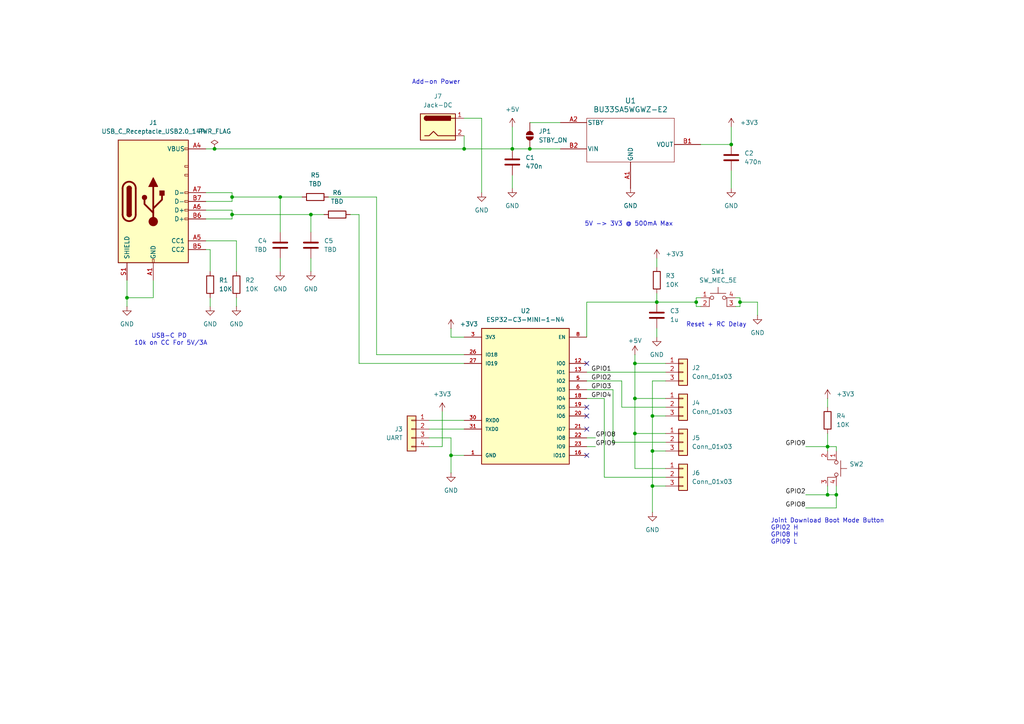
<source format=kicad_sch>
(kicad_sch (version 20231120) (generator "eeschema") (generator_version "8.0")
  (paper "A4")
  (lib_symbols
    (symbol "BU33SA5WGWZ-E2:BU33SA5WGWZ-E2" (pin_names (offset 0.254))
      (property "Reference" "U1" (at 20.32 10.16 0))
      (property "Value" "BU33SA5WGWZ-E2" (at 20.32 7.62 0))
      (symbol "BU33SA5WGWZ-E2_1_1"
        (polyline (pts (xy 7.62 -7.62) (xy 33.02 -7.62)) (stroke (width 0.127)))
        (polyline (pts (xy 7.62 5.08) (xy 7.62 -7.62)) (stroke (width 0.127)))
        (polyline (pts (xy 33.02 -7.62) (xy 33.02 5.08)) (stroke (width 0.127)))
        (polyline (pts (xy 33.02 5.08) (xy 7.62 5.08)) (stroke (width 0.127)))
        (pin power_out line (at 20.32 -15.24 90) (length 7.62) (name "GND") (number "A1"))
        (pin output line (at 0 3.81 0) (length 7.62) (name "STBY") (number "A2"))
        (pin output line (at 40.64 -2.54 180) (length 7.62) (name "VOUT") (number "B1"))
        (pin input line (at 0 -3.81 0) (length 7.62) (name "VIN") (number "B2"))
      )
    )
    (symbol "Connector:Jack-DC" (pin_names (offset 1.016))
      (property "Reference" "J" (at 0 5.334 0))
      (property "Value" "Jack-DC" (at 0 -5.08 0))
      (symbol "Jack-DC_0_1"
        (rectangle (start -5.08 3.81) (end 5.08 -3.81) (stroke (width 0.254)) (fill (type background)))
        (arc (start -3.302 3.175) (mid -3.9343 2.54) (end -3.302 1.905) (stroke (width 0.254)))
        (arc (start -3.302 3.175) (mid -3.9343 2.54) (end -3.302 1.905) (stroke (width 0.254)) (fill (type outline)))
        (polyline (pts (xy 5.08 2.54) (xy 3.81 2.54)) (stroke (width 0.254)))
        (polyline (pts (xy -3.81 -2.54) (xy -2.54 -2.54) (xy -1.27 -1.27) (xy 0 -2.54) (xy 2.54 -2.54) (xy 5.08 -2.54)) (stroke (width 0.254)))
        (rectangle (start 3.683 3.175) (end -3.302 1.905) (stroke (width 0.254)) (fill (type outline)))
      )
      (symbol "Jack-DC_1_1"
        (pin passive line (at 7.62 2.54 180) (length 2.54) (name "~") (number "1"))
        (pin passive line (at 7.62 -2.54 180) (length 2.54) (name "~") (number "2"))
      )
    )
    (symbol "Connector:USB_C_Receptacle_USB2.0_14P" (pin_names (offset 1.016))
      (property "Reference" "J1" (at 0 22.86 0))
      (property "Value" "USB_C_Receptacle_USB2.0_14P" (at 0 20.32 0))
      (symbol "USB_C_Receptacle_USB2.0_14P_0_0"
        (rectangle (start -0.254 -17.78) (end 0.254 -16.764))
        (rectangle (start 10.16 -4.826) (end 9.144 -5.334))
        (rectangle (start 10.16 -2.286) (end 9.144 -2.794))
        (rectangle (start 10.16 0.254) (end 9.144 -0.254))
        (rectangle (start 10.16 2.794) (end 9.144 2.286))
        (rectangle (start 10.16 7.874) (end 9.144 7.366))
        (rectangle (start 10.16 10.414) (end 9.144 9.906))
        (rectangle (start 10.16 15.494) (end 9.144 14.986))
      )
      (symbol "USB_C_Receptacle_USB2.0_14P_0_1"
        (rectangle (start -10.16 17.78) (end 10.16 -17.78) (stroke (width 0.254)) (fill (type background)))
        (arc (start -8.89 -3.81) (mid -6.985 -5.7067) (end -5.08 -3.81) (stroke (width 0.508)))
        (arc (start -7.62 -3.81) (mid -6.985 -4.4423) (end -6.35 -3.81) (stroke (width 0.254)))
        (arc (start -7.62 -3.81) (mid -6.985 -4.4423) (end -6.35 -3.81) (stroke (width 0.254)) (fill (type outline)))
        (rectangle (start -7.62 -3.81) (end -6.35 3.81) (stroke (width 0.254)) (fill (type outline)))
        (arc (start -6.35 3.81) (mid -6.985 4.4423) (end -7.62 3.81) (stroke (width 0.254)))
        (arc (start -6.35 3.81) (mid -6.985 4.4423) (end -7.62 3.81) (stroke (width 0.254)) (fill (type outline)))
        (arc (start -5.08 3.81) (mid -6.985 5.7067) (end -8.89 3.81) (stroke (width 0.508)))
        (circle (center -2.54 1.143) (radius 0.635) (stroke (width 0.254)) (fill (type outline)))
        (circle (center 0 -5.842) (radius 1.27) (fill (type outline)))
        (polyline (pts (xy -8.89 -3.81) (xy -8.89 3.81)) (stroke (width 0.508)))
        (polyline (pts (xy -5.08 3.81) (xy -5.08 -3.81)) (stroke (width 0.508)))
        (polyline (pts (xy 0 -5.842) (xy 0 4.318)) (stroke (width 0.508)))
        (polyline (pts (xy 0 -3.302) (xy -2.54 -0.762) (xy -2.54 0.508)) (stroke (width 0.508)))
        (polyline (pts (xy 0 -2.032) (xy 2.54 0.508) (xy 2.54 1.778)) (stroke (width 0.508)))
        (polyline (pts (xy -1.27 4.318) (xy 0 6.858) (xy 1.27 4.318) (xy -1.27 4.318)) (stroke (width 0.254)) (fill (type outline)))
        (rectangle (start 1.905 1.778) (end 3.175 3.048) (stroke (width 0.254)) (fill (type outline)))
      )
      (symbol "USB_C_Receptacle_USB2.0_14P_1_1"
        (pin passive line (at 0 -22.86 90) (length 5.08) (name "GND") (number "A1"))
        (pin passive line (at 0 -22.86 90) (length 5.08) hide (name "GND") (number "A12"))
        (pin passive line (at 15.24 15.24 180) (length 5.08) (name "VBUS") (number "A4"))
        (pin bidirectional line (at 15.24 -11.43 180) (length 5.08) (name "CC1") (number "A5"))
        (pin bidirectional line (at 15.24 -2.54 180) (length 5.08) (name "D+") (number "A6"))
        (pin bidirectional line (at 15.24 2.54 180) (length 5.08) (name "D-") (number "A7"))
        (pin passive line (at 15.24 15.24 180) (length 5.08) hide (name "VBUS") (number "A9"))
        (pin passive line (at 0 -22.86 90) (length 5.08) hide (name "GND") (number "B1"))
        (pin passive line (at 0 -22.86 90) (length 5.08) hide (name "GND") (number "B12"))
        (pin passive line (at 15.24 15.24 180) (length 5.08) hide (name "VBUS") (number "B4"))
        (pin bidirectional line (at 15.24 -13.97 180) (length 5.08) (name "CC2") (number "B5"))
        (pin bidirectional line (at 15.24 -5.08 180) (length 5.08) (name "D+") (number "B6"))
        (pin bidirectional line (at 15.24 0 180) (length 5.08) (name "D-") (number "B7"))
        (pin passive line (at 15.24 15.24 180) (length 5.08) hide (name "VBUS") (number "B9"))
        (pin passive line (at -7.62 -22.86 90) (length 5.08) (name "SHIELD") (number "S1"))
      )
    )
    (symbol "Connector_Generic:Conn_01x03" (pin_names (offset 1.016) hide)
      (property "Reference" "J" (at 0 5.08 0))
      (property "Value" "Conn_01x03" (at 0 -5.08 0))
      (symbol "Conn_01x03_1_1"
        (rectangle (start -1.27 -2.413) (end 0 -2.667) (stroke (width 0.1524)))
        (rectangle (start -1.27 0.127) (end 0 -0.127) (stroke (width 0.1524)))
        (rectangle (start -1.27 2.667) (end 0 2.413) (stroke (width 0.1524)))
        (rectangle (start -1.27 3.81) (end 1.27 -3.81) (stroke (width 0.254)) (fill (type background)))
        (pin passive line (at -5.08 2.54 0) (length 3.81) (name "Pin_1") (number "1"))
        (pin passive line (at -5.08 0 0) (length 3.81) (name "Pin_2") (number "2"))
        (pin passive line (at -5.08 -2.54 0) (length 3.81) (name "Pin_3") (number "3"))
      )
    )
    (symbol "Connector_Generic:Conn_01x04" (pin_names (offset 1.016) hide)
      (property "Reference" "J" (at 0 5.08 0))
      (property "Value" "Conn_01x04" (at 0 -7.62 0))
      (symbol "Conn_01x04_1_1"
        (rectangle (start -1.27 -4.953) (end 0 -5.207) (stroke (width 0.1524)))
        (rectangle (start -1.27 -2.413) (end 0 -2.667) (stroke (width 0.1524)))
        (rectangle (start -1.27 0.127) (end 0 -0.127) (stroke (width 0.1524)))
        (rectangle (start -1.27 2.667) (end 0 2.413) (stroke (width 0.1524)))
        (rectangle (start -1.27 3.81) (end 1.27 -6.35) (stroke (width 0.254)) (fill (type background)))
        (pin passive line (at -5.08 2.54 0) (length 3.81) (name "Pin_1") (number "1"))
        (pin passive line (at -5.08 0 0) (length 3.81) (name "Pin_2") (number "2"))
        (pin passive line (at -5.08 -2.54 0) (length 3.81) (name "Pin_3") (number "3"))
        (pin passive line (at -5.08 -5.08 0) (length 3.81) (name "Pin_4") (number "4"))
      )
    )
    (symbol "Device:C" (pin_numbers hide) (pin_names (offset 0.254))
      (property "Reference" "C" (at 0.635 2.54 0))
      (property "Value" "C" (at 0.635 -2.54 0))
      (symbol "C_0_1"
        (polyline (pts (xy -2.032 -0.762) (xy 2.032 -0.762)) (stroke (width 0.508)))
        (polyline (pts (xy -2.032 0.762) (xy 2.032 0.762)) (stroke (width 0.508)))
      )
      (symbol "C_1_1"
        (pin passive line (at 0 3.81 270) (length 2.794) (name "~") (number "1"))
        (pin passive line (at 0 -3.81 90) (length 2.794) (name "~") (number "2"))
      )
    )
    (symbol "Device:R" (pin_numbers hide) (pin_names (offset 0))
      (property "Reference" "R" (at 2.032 0 90))
      (property "Value" "R" (at 0 0 90))
      (symbol "R_0_1"
        (rectangle (start -1.016 -2.54) (end 1.016 2.54) (stroke (width 0.254)))
      )
      (symbol "R_1_1"
        (pin passive line (at 0 3.81 270) (length 1.27) (name "~") (number "1"))
        (pin passive line (at 0 -3.81 90) (length 1.27) (name "~") (number "2"))
      )
    )
    (symbol "ESP32-C3-MINI-1-N4:ESP32-C3-MINI-1-N4" (pin_names (offset 1.016))
      (property "Reference" "U2" (at 0 22.86 0))
      (property "Value" "ESP32-C3-MINI-1-N4" (at 0 20.32 0))
      (symbol "ESP32-C3-MINI-1-N4_0_0"
        (rectangle (start -12.7 17.78) (end 12.7 -21.59) (stroke (width 0.254)) (fill (type background)))
        (pin power_in line (at 17.78 -19.05 180) (length 5.08) (name "GND") (number "1"))
        (pin bidirectional line (at -17.78 7.62 0) (length 5.08) (name "IO0") (number "12"))
        (pin bidirectional line (at -17.78 5.08 0) (length 5.08) (name "IO1") (number "13"))
        (pin bidirectional line (at -17.78 -19.05 0) (length 5.08) (name "IO10") (number "16"))
        (pin bidirectional line (at -17.78 -2.54 0) (length 5.08) (name "IO4") (number "18"))
        (pin bidirectional line (at -17.78 -5.08 0) (length 5.08) (name "IO5") (number "19"))
        (pin bidirectional line (at -17.78 -7.62 0) (length 5.08) (name "IO6") (number "20"))
        (pin bidirectional line (at -17.78 -11.43 0) (length 5.08) (name "IO7") (number "21"))
        (pin bidirectional line (at -17.78 -13.97 0) (length 5.08) (name "IO8") (number "22"))
        (pin bidirectional line (at -17.78 -16.51 0) (length 5.08) (name "IO9") (number "23"))
        (pin bidirectional line (at 17.78 10.16 180) (length 5.08) (name "IO18") (number "26"))
        (pin bidirectional line (at 17.78 7.62 180) (length 5.08) (name "IO19") (number "27"))
        (pin power_in line (at 17.78 15.24 180) (length 5.08) (name "3V3") (number "3"))
        (pin bidirectional line (at 17.78 -8.89 180) (length 5.08) (name "RXD0") (number "30"))
        (pin bidirectional line (at 17.78 -11.43 180) (length 5.08) (name "TXD0") (number "31"))
        (pin bidirectional line (at -17.78 2.54 0) (length 5.08) (name "IO2") (number "5"))
        (pin bidirectional line (at -17.78 0 0) (length 5.08) (name "IO3") (number "6"))
        (pin input line (at -17.78 15.24 0) (length 5.08) (name "EN") (number "8"))
      )
    )
    (symbol "Jumper:SolderJumper_2_Open" (pin_numbers hide) (pin_names (offset 0) hide) (exclude_from_sim yes) (in_bom no)
      (property "Reference" "JP" (at 0 2.032 0))
      (property "Value" "SolderJumper_2_Open" (at 0 -2.54 0))
      (symbol "SolderJumper_2_Open_0_1"
        (arc (start -0.254 1.016) (mid -1.2656 0) (end -0.254 -1.016))
        (arc (start -0.254 1.016) (mid -1.2656 0) (end -0.254 -1.016) (fill (type outline)))
        (polyline (pts (xy -0.254 1.016) (xy -0.254 -1.016)))
        (polyline (pts (xy 0.254 1.016) (xy 0.254 -1.016)))
        (arc (start 0.254 -1.016) (mid 1.2656 0) (end 0.254 1.016))
        (arc (start 0.254 -1.016) (mid 1.2656 0) (end 0.254 1.016) (fill (type outline)))
      )
      (symbol "SolderJumper_2_Open_1_1"
        (pin passive line (at -3.81 0 0) (length 2.54) (name "A") (number "1"))
        (pin passive line (at 3.81 0 180) (length 2.54) (name "B") (number "2"))
      )
    )
    (symbol "Switch:SW_MEC_5E" (pin_names (offset 1.016) hide)
      (property "Reference" "SW" (at 0.635 5.715 0))
      (property "Value" "SW_MEC_5E" (at 0 -3.175 0))
      (symbol "SW_MEC_5E_0_1"
        (circle (center -1.778 2.54) (radius 0.508))
        (polyline (pts (xy -2.286 3.81) (xy 2.286 3.81)))
        (polyline (pts (xy 0 3.81) (xy 0 5.588)))
        (polyline (pts (xy -2.54 0) (xy -2.54 2.54) (xy -2.286 2.54)))
        (polyline (pts (xy 2.54 0) (xy 2.54 2.54) (xy 2.286 2.54)))
        (circle (center 1.778 2.54) (radius 0.508))
        (pin passive line (at -5.08 2.54 0) (length 2.54) (name "1") (number "1"))
        (pin passive line (at -5.08 0 0) (length 2.54) (name "2") (number "2"))
        (pin passive line (at 5.08 0 180) (length 2.54) (name "K") (number "3"))
        (pin passive line (at 5.08 2.54 180) (length 2.54) (name "A") (number "4"))
      )
    )
    (symbol "power:+3V3" (power) (pin_numbers hide) (pin_names (offset 0) hide)
      (property "Value" "+3V3" (at 0 3.556 0))
      (symbol "+3V3_0_1"
        (polyline (pts (xy -0.762 1.27) (xy 0 2.54)))
        (polyline (pts (xy 0 0) (xy 0 2.54)))
        (polyline (pts (xy 0 2.54) (xy 0.762 1.27)))
      )
      (symbol "+3V3_1_1"
        (pin power_in line (at 0 0 90) (length 0) (name "~") (number "1"))
      )
    )
    (symbol "power:+5V" (power) (pin_numbers hide) (pin_names (offset 0) hide)
      (property "Value" "+5V" (at 0 3.556 0))
      (symbol "+5V_0_1"
        (polyline (pts (xy -0.762 1.27) (xy 0 2.54)))
        (polyline (pts (xy 0 0) (xy 0 2.54)))
        (polyline (pts (xy 0 2.54) (xy 0.762 1.27)))
      )
      (symbol "+5V_1_1"
        (pin power_in line (at 0 0 90) (length 0) (name "~") (number "1"))
      )
    )
    (symbol "power:GND" (power) (pin_numbers hide) (pin_names (offset 0) hide)
      (property "Value" "GND" (at 0 -3.81 0))
      (symbol "GND_0_1"
        (polyline (pts (xy 0 0) (xy 0 -1.27) (xy 1.27 -1.27) (xy 0 -2.54) (xy -1.27 -1.27) (xy 0 -1.27)))
      )
      (symbol "GND_1_1"
        (pin power_in line (at 0 0 270) (length 0) (name "~") (number "1"))
      )
    )
    (symbol "power:PWR_FLAG" (power) (pin_numbers hide) (pin_names (offset 0) hide)
      (property "Value" "PWR_FLAG" (at 0 3.81 0))
      (symbol "PWR_FLAG_0_0"
        (pin power_out line (at 0 0 90) (length 0) (name "~") (number "1"))
      )
      (symbol "PWR_FLAG_0_1"
        (polyline (pts (xy 0 0) (xy 0 1.27) (xy -1.016 1.905) (xy 0 2.54) (xy 1.016 1.905) (xy 0 1.27)))
      )
    )
  )
  (junction (at 189.23 140.97))
  (junction (at 62.23 43.18))
  (junction (at 130.81 132.08))
  (junction (at 81.28 57.15))
  (junction (at 148.59 43.18))
  (junction (at 240.03 143.51))
  (junction (at 240.03 129.54))
  (junction (at 214.63 87.63))
  (junction (at 190.5 87.63))
  (junction (at 153.67 43.18))
  (junction (at 67.31 57.15))
  (junction (at 184.15 105.41))
  (junction (at 201.93 87.63))
  (junction (at 212.09 41.91))
  (junction (at 90.17 62.23))
  (junction (at 67.31 62.23))
  (junction (at 189.23 120.65))
  (junction (at 242.57 143.51))
  (junction (at 134.62 43.18))
  (junction (at 189.23 130.81))
  (junction (at 184.15 125.73))
  (junction (at 184.15 115.57))
  (junction (at 36.83 86.36))
  (no_connect (at 170.18 105.41))
  (no_connect (at 170.18 118.11))
  (no_connect (at 170.18 120.65))
  (no_connect (at 170.18 124.46))
  (no_connect (at 170.18 132.08))
  (wire (pts (xy 213.36 88.9) (xy 214.63 88.9)))
  (wire (pts (xy 184.15 105.41) (xy 184.15 115.57)))
  (wire (pts (xy 233.68 129.54) (xy 240.03 129.54)))
  (wire (pts (xy 67.31 57.15) (xy 67.31 58.42)))
  (wire (pts (xy 109.22 57.15) (xy 109.22 102.87)))
  (wire (pts (xy 130.81 97.79) (xy 134.62 97.79)))
  (wire (pts (xy 134.62 43.18) (xy 148.59 43.18)))
  (wire (pts (xy 240.03 129.54) (xy 240.03 130.81)))
  (wire (pts (xy 193.04 105.41) (xy 184.15 105.41)))
  (wire (pts (xy 59.69 60.96) (xy 67.31 60.96)))
  (wire (pts (xy 242.57 129.54) (xy 240.03 129.54)))
  (wire (pts (xy 153.67 43.18) (xy 162.56 43.18)))
  (wire (pts (xy 139.7 34.29) (xy 139.7 55.88)))
  (wire (pts (xy 124.46 127) (xy 130.81 127)))
  (wire (pts (xy 170.18 110.49) (xy 180.34 110.49)))
  (wire (pts (xy 62.23 43.18) (xy 134.62 43.18)))
  (wire (pts (xy 172.72 129.54) (xy 170.18 129.54)))
  (wire (pts (xy 189.23 120.65) (xy 189.23 130.81)))
  (wire (pts (xy 242.57 140.97) (xy 242.57 143.51)))
  (wire (pts (xy 67.31 63.5) (xy 59.69 63.5)))
  (wire (pts (xy 201.93 86.36) (xy 203.2 86.36)))
  (wire (pts (xy 201.93 88.9) (xy 201.93 87.63)))
  (wire (pts (xy 189.23 130.81) (xy 193.04 130.81)))
  (wire (pts (xy 153.67 35.56) (xy 162.56 35.56)))
  (wire (pts (xy 214.63 87.63) (xy 219.71 87.63)))
  (wire (pts (xy 60.96 72.39) (xy 60.96 78.74)))
  (wire (pts (xy 59.69 69.85) (xy 68.58 69.85)))
  (wire (pts (xy 184.15 125.73) (xy 184.15 135.89)))
  (wire (pts (xy 240.03 140.97) (xy 240.03 143.51)))
  (wire (pts (xy 90.17 62.23) (xy 90.17 67.31)))
  (wire (pts (xy 203.2 88.9) (xy 201.93 88.9)))
  (wire (pts (xy 212.09 54.61) (xy 212.09 49.53)))
  (wire (pts (xy 67.31 62.23) (xy 90.17 62.23)))
  (wire (pts (xy 190.5 77.47) (xy 190.5 74.93)))
  (wire (pts (xy 128.27 119.38) (xy 128.27 129.54)))
  (wire (pts (xy 81.28 57.15) (xy 81.28 67.31)))
  (wire (pts (xy 184.15 125.73) (xy 193.04 125.73)))
  (wire (pts (xy 59.69 55.88) (xy 67.31 55.88)))
  (wire (pts (xy 101.6 62.23) (xy 104.14 62.23)))
  (wire (pts (xy 81.28 57.15) (xy 87.63 57.15)))
  (wire (pts (xy 214.63 86.36) (xy 213.36 86.36)))
  (wire (pts (xy 44.45 81.28) (xy 44.45 86.36)))
  (wire (pts (xy 170.18 113.03) (xy 177.8 113.03)))
  (wire (pts (xy 172.72 127) (xy 170.18 127)))
  (wire (pts (xy 95.25 57.15) (xy 109.22 57.15)))
  (wire (pts (xy 203.2 41.91) (xy 212.09 41.91)))
  (wire (pts (xy 184.15 102.87) (xy 184.15 105.41)))
  (wire (pts (xy 180.34 118.11) (xy 180.34 110.49)))
  (wire (pts (xy 104.14 105.41) (xy 134.62 105.41)))
  (wire (pts (xy 67.31 57.15) (xy 81.28 57.15)))
  (wire (pts (xy 190.5 97.79) (xy 190.5 95.25)))
  (wire (pts (xy 67.31 55.88) (xy 67.31 57.15)))
  (wire (pts (xy 130.81 127) (xy 130.81 132.08)))
  (wire (pts (xy 124.46 121.92) (xy 134.62 121.92)))
  (wire (pts (xy 170.18 87.63) (xy 190.5 87.63)))
  (wire (pts (xy 59.69 43.18) (xy 62.23 43.18)))
  (wire (pts (xy 81.28 74.93) (xy 81.28 78.74)))
  (wire (pts (xy 240.03 115.57) (xy 240.03 118.11)))
  (wire (pts (xy 219.71 87.63) (xy 219.71 91.44)))
  (wire (pts (xy 240.03 125.73) (xy 240.03 129.54)))
  (wire (pts (xy 68.58 69.85) (xy 68.58 78.74)))
  (wire (pts (xy 109.22 102.87) (xy 134.62 102.87)))
  (wire (pts (xy 170.18 115.57) (xy 175.26 115.57)))
  (wire (pts (xy 201.93 87.63) (xy 201.93 86.36)))
  (wire (pts (xy 68.58 86.36) (xy 68.58 88.9)))
  (wire (pts (xy 190.5 85.09) (xy 190.5 87.63)))
  (wire (pts (xy 214.63 87.63) (xy 214.63 88.9)))
  (wire (pts (xy 189.23 140.97) (xy 193.04 140.97)))
  (wire (pts (xy 36.83 81.28) (xy 36.83 86.36)))
  (wire (pts (xy 189.23 130.81) (xy 189.23 140.97)))
  (wire (pts (xy 90.17 62.23) (xy 93.98 62.23)))
  (wire (pts (xy 184.15 115.57) (xy 184.15 125.73)))
  (wire (pts (xy 189.23 140.97) (xy 189.23 148.59)))
  (wire (pts (xy 184.15 135.89) (xy 193.04 135.89)))
  (wire (pts (xy 44.45 86.36) (xy 36.83 86.36)))
  (wire (pts (xy 67.31 58.42) (xy 59.69 58.42)))
  (wire (pts (xy 184.15 115.57) (xy 193.04 115.57)))
  (wire (pts (xy 193.04 118.11) (xy 180.34 118.11)))
  (wire (pts (xy 175.26 138.43) (xy 193.04 138.43)))
  (wire (pts (xy 130.81 132.08) (xy 134.62 132.08)))
  (wire (pts (xy 67.31 62.23) (xy 67.31 63.5)))
  (wire (pts (xy 170.18 107.95) (xy 193.04 107.95)))
  (wire (pts (xy 134.62 39.37) (xy 134.62 43.18)))
  (wire (pts (xy 177.8 128.27) (xy 193.04 128.27)))
  (wire (pts (xy 128.27 129.54) (xy 124.46 129.54)))
  (wire (pts (xy 59.69 72.39) (xy 60.96 72.39)))
  (wire (pts (xy 212.09 36.83) (xy 212.09 41.91)))
  (wire (pts (xy 36.83 86.36) (xy 36.83 88.9)))
  (wire (pts (xy 177.8 113.03) (xy 177.8 128.27)))
  (wire (pts (xy 242.57 147.32) (xy 242.57 143.51)))
  (wire (pts (xy 193.04 110.49) (xy 189.23 110.49)))
  (wire (pts (xy 124.46 124.46) (xy 134.62 124.46)))
  (wire (pts (xy 148.59 50.8) (xy 148.59 54.61)))
  (wire (pts (xy 175.26 115.57) (xy 175.26 138.43)))
  (wire (pts (xy 214.63 86.36) (xy 214.63 87.63)))
  (wire (pts (xy 190.5 87.63) (xy 201.93 87.63)))
  (wire (pts (xy 242.57 130.81) (xy 242.57 129.54)))
  (wire (pts (xy 189.23 110.49) (xy 189.23 120.65)))
  (wire (pts (xy 170.18 97.79) (xy 170.18 87.63)))
  (wire (pts (xy 90.17 74.93) (xy 90.17 78.74)))
  (wire (pts (xy 189.23 120.65) (xy 193.04 120.65)))
  (wire (pts (xy 130.81 132.08) (xy 130.81 137.16)))
  (wire (pts (xy 233.68 143.51) (xy 240.03 143.51)))
  (wire (pts (xy 148.59 36.83) (xy 148.59 43.18)))
  (wire (pts (xy 67.31 60.96) (xy 67.31 62.23)))
  (wire (pts (xy 240.03 143.51) (xy 242.57 143.51)))
  (wire (pts (xy 148.59 43.18) (xy 153.67 43.18)))
  (wire (pts (xy 104.14 62.23) (xy 104.14 105.41)))
  (wire (pts (xy 60.96 86.36) (xy 60.96 88.9)))
  (wire (pts (xy 130.81 95.25) (xy 130.81 97.79)))
  (wire (pts (xy 134.62 34.29) (xy 139.7 34.29)))
  (wire (pts (xy 233.68 147.32) (xy 242.57 147.32)))
  (text "Reset + RC Delay\n" (at 207.772 94.234 0) (effects (font (size 1.27 1.27))))
  (text "Add-on Power" (at 126.492 23.876 0) (effects (font (size 1.27 1.27))))
  (text "USB-C PD \n10k on CC For 5V/3A" (at 49.53 98.552 0) (effects (font (size 1.27 1.27))))
  (text "5V -> 3V3 @ 500mA Max" (at 182.372 65.024 0) (effects (font (size 1.27 1.27))))
  (text "Joint Download Boot Mode Button\nGPI02 H\nGPI08 H\nGPI09 L" (at 223.52 154.178 0) (effects (font (size 1.27 1.27)) (justify left)))
  (label "GPIO9" (at 172.72 129.54 0))
  (label "GPIO1" (at 171.45 107.95 0))
  (label "GPIO8" (at 233.68 147.32 180))
  (label "GPIO2" (at 171.45 110.49 0))
  (label "GPIO8" (at 172.72 127 0))
  (label "GPIO9" (at 233.68 129.54 180))
  (label "GPIO4" (at 171.45 115.57 0))
  (label "GPIO3" (at 171.45 113.03 0))
  (label "GPIO2" (at 233.68 143.51 180))
  (symbol (lib_id "Connector_Generic:Conn_01x03") (at 198.12 107.95 0) (unit 1)
    (property "Reference" "J2" (at 200.66 106.6799 0) (effects (justify left)))
    (property "Value" "Conn_01x03" (at 200.66 109.2199 0) (effects (justify left)))
    (property "Footprint" "Connector_Phoenix_MC_HighVoltage:PhoenixContact_MCV_1,5_3-G-5.08_1x03_P5.08mm_Vertical" (effects (hide yes)))
    (property "Description" "Generic connector, single row, 01x03, script generated (kicad-library-utils/schlib/autogen/connector/)" (effects (hide yes)))
  )
  (symbol (lib_id "power:+3V3") (at 190.5 74.93 0) (unit 1)
    (property "Reference" "#PWR014" (effects (hide yes)))
    (property "Value" "+3V3" (at 193.04 73.6599 0) (effects (justify left)))
    (property "Description" "Power symbol creates a global label with name \"+3V3\"" (effects (hide yes)))
  )
  (symbol (lib_id "power:GND") (at 68.58 88.9 0) (unit 1)
    (property "Reference" "#PWR08" (effects (hide yes)))
    (property "Value" "GND" (at 68.58 93.98 0))
    (property "Description" "Power symbol creates a global label with name \"GND\" , ground" (effects (hide yes)))
  )
  (symbol (lib_id "power:GND") (at 81.28 78.74 0) (unit 1)
    (property "Reference" "#PWR019" (effects (hide yes)))
    (property "Value" "GND" (at 81.28 83.82 0))
    (property "Description" "Power symbol creates a global label with name \"GND\" , ground" (effects (hide yes)))
  )
  (symbol (lib_id "Connector_Generic:Conn_01x03") (at 198.12 118.11 0) (unit 1)
    (property "Reference" "J4" (at 200.66 116.8399 0) (effects (justify left)))
    (property "Value" "Conn_01x03" (at 200.66 119.3799 0) (effects (justify left)))
    (property "Description" "Generic connector, single row, 01x03, script generated (kicad-library-utils/schlib/autogen/connector/)" (effects (hide yes)))
  )
  (symbol (lib_id "power:PWR_FLAG") (at 62.23 43.18 0) (unit 1)
    (property "Reference" "#FLG01" (effects (hide yes)))
    (property "Value" "PWR_FLAG" (at 62.23 38.1 0))
    (property "Description" "Special symbol for telling ERC where power comes from" (effects (hide yes)))
  )
  (symbol (lib_id "power:GND") (at 182.88 54.61 0) (unit 1)
    (property "Reference" "#PWR06" (effects (hide yes)))
    (property "Value" "GND" (at 182.88 59.69 0))
    (property "Description" "Power symbol creates a global label with name \"GND\" , ground" (effects (hide yes)))
  )
  (symbol (lib_id "power:GND") (at 139.7 55.88 0) (unit 1)
    (property "Reference" "#PWR020" (effects (hide yes)))
    (property "Value" "GND" (at 139.7 60.96 0))
    (property "Description" "Power symbol creates a global label with name \"GND\" , ground" (effects (hide yes)))
  )
  (symbol (lib_id "Device:R") (at 60.96 82.55 0) (unit 1)
    (property "Reference" "R1" (at 63.5 81.2799 0) (effects (justify left)))
    (property "Value" "10K" (at 63.5 83.8199 0) (effects (justify left)))
    (property "Description" "Resistor" (effects (hide yes)))
  )
  (symbol (lib_id "power:GND") (at 219.71 91.44 0) (unit 1)
    (property "Reference" "#PWR016" (effects (hide yes)))
    (property "Value" "GND" (at 219.71 96.52 0))
    (property "Description" "Power symbol creates a global label with name \"GND\" , ground" (effects (hide yes)))
  )
  (symbol (lib_id "power:GND") (at 130.81 137.16 0) (unit 1)
    (property "Reference" "#PWR010" (effects (hide yes)))
    (property "Value" "GND" (at 130.81 142.24 0))
    (property "Description" "Power symbol creates a global label with name \"GND\" , ground" (effects (hide yes)))
  )
  (symbol (lib_id "Connector:Jack-DC") (at 127 36.83 0) (unit 1)
    (property "Reference" "J7" (at 127 27.94 0))
    (property "Value" "Jack-DC" (at 127 30.48 0))
    (property "Footprint" "Connector_BarrelJack:BarrelJack_SwitchcraftConxall_RAPC10U_Horizontal" (effects (hide yes)))
    (property "Description" "DC Barrel Jack" (effects (hide yes)))
  )
  (symbol (lib_id "power:GND") (at 189.23 148.59 0) (unit 1)
    (property "Reference" "#PWR012" (effects (hide yes)))
    (property "Value" "GND" (at 189.23 153.67 0))
    (property "Description" "Power symbol creates a global label with name \"GND\" , ground" (effects (hide yes)))
  )
  (symbol (lib_id "power:+3V3") (at 130.81 95.25 0) (unit 1)
    (property "Reference" "#PWR09" (effects (hide yes)))
    (property "Value" "+3V3" (at 133.35 93.9799 0) (effects (justify left)))
    (property "Description" "Power symbol creates a global label with name \"+3V3\"" (effects (hide yes)))
  )
  (symbol (lib_id "power:GND") (at 60.96 88.9 0) (unit 1)
    (property "Reference" "#PWR07" (effects (hide yes)))
    (property "Value" "GND" (at 60.96 93.98 0))
    (property "Description" "Power symbol creates a global label with name \"GND\" , ground" (effects (hide yes)))
  )
  (symbol (lib_id "Connector_Generic:Conn_01x03") (at 198.12 138.43 0) (unit 1)
    (property "Reference" "J6" (at 200.66 137.1599 0) (effects (justify left)))
    (property "Value" "Conn_01x03" (at 200.66 139.6999 0) (effects (justify left)))
    (property "Description" "Generic connector, single row, 01x03, script generated (kicad-library-utils/schlib/autogen/connector/)" (effects (hide yes)))
  )
  (symbol (lib_id "Device:R") (at 240.03 121.92 0) (unit 1)
    (property "Reference" "R4" (at 242.57 120.6499 0) (effects (justify left)))
    (property "Value" "10K" (at 242.57 123.1899 0) (effects (justify left)))
    (property "Description" "Resistor" (effects (hide yes)))
  )
  (symbol (lib_id "power:+3V3") (at 128.27 119.38 0) (unit 1)
    (property "Reference" "#PWR013" (effects (hide yes)))
    (property "Value" "+3V3" (at 128.27 114.3 0))
    (property "Description" "Power symbol creates a global label with name \"+3V3\"" (effects (hide yes)))
  )
  (symbol (lib_id "Switch:SW_MEC_5E") (at 240.03 135.89 270) (unit 1)
    (property "Reference" "SW2" (at 246.38 134.6199 90) (effects (justify left)))
    (property "Value" "SW_MEC_5E" (effects (hide yes)))
    (property "Footprint" "Button_Switch_THT:SW_MEC_5GTH9" (effects (hide yes)))
    (property "Datasheet" "http://www.apem.com/int/index.php?controller=attachment&id_attachment=1371" (effects (hide yes)))
    (property "Description" "MEC 5E single pole normally-open tactile switch" (effects (hide yes)))
  )
  (symbol (lib_id "Jumper:SolderJumper_2_Open") (at 153.67 39.37 90) (unit 1) (exclude_from_sim yes) (in_bom no)
    (property "Reference" "JP1" (at 156.21 38.0999 90) (effects (justify right)))
    (property "Value" "STBY_ON" (at 156.21 40.6399 90) (effects (justify right)))
    (property "Footprint" "Jumper:SolderJumper-2_P1.3mm_Open_RoundedPad1.0x1.5mm" (effects (hide yes)))
    (property "Description" "Solder Jumper, 2-pole, open" (effects (hide yes)))
  )
  (symbol (lib_id "power:GND") (at 90.17 78.74 0) (unit 1)
    (property "Reference" "#PWR018" (effects (hide yes)))
    (property "Value" "GND" (at 90.17 83.82 0))
    (property "Description" "Power symbol creates a global label with name \"GND\" , ground" (effects (hide yes)))
  )
  (symbol (lib_id "Connector_Generic:Conn_01x04") (at 119.38 124.46 0) (mirror y) (unit 1)
    (property "Reference" "J3" (at 116.84 124.4599 0) (effects (justify left)))
    (property "Value" "UART" (at 116.84 126.9999 0) (effects (justify left)))
    (property "Footprint" "Connector_Phoenix_MC:PhoenixContact_MCV_1,5_4-G-3.81_1x04_P3.81mm_Vertical" (effects (hide yes)))
    (property "Description" "Generic connector, single row, 01x04, script generated (kicad-library-utils/schlib/autogen/connector/)" (effects (hide yes)))
  )
  (symbol (lib_id "Device:R") (at 190.5 81.28 0) (unit 1)
    (property "Reference" "R3" (at 193.04 80.0099 0) (effects (justify left)))
    (property "Value" "10K" (at 193.04 82.5499 0) (effects (justify left)))
    (property "Description" "Resistor" (effects (hide yes)))
  )
  (symbol (lib_id "power:+5V") (at 148.59 36.83 0) (unit 1)
    (property "Reference" "#PWR03" (effects (hide yes)))
    (property "Value" "+5V" (at 148.59 31.75 0))
    (property "Description" "Power symbol creates a global label with name \"+5V\"" (effects (hide yes)))
  )
  (symbol (lib_id "Device:C") (at 190.5 91.44 0) (unit 1)
    (property "Reference" "C3" (at 194.31 90.1699 0) (effects (justify left)))
    (property "Value" "1u" (at 194.31 92.7099 0) (effects (justify left)))
    (property "Description" "Unpolarized capacitor" (effects (hide yes)))
  )
  (symbol (lib_id "power:+5V") (at 184.15 102.87 0) (unit 1)
    (property "Reference" "#PWR011" (effects (hide yes)))
    (property "Value" "+5V" (at 184.15 98.806 0))
    (property "Description" "Power symbol creates a global label with name \"+5V\"" (effects (hide yes)))
  )
  (symbol (lib_id "Device:R") (at 68.58 82.55 0) (unit 1)
    (property "Reference" "R2" (at 71.12 81.2799 0) (effects (justify left)))
    (property "Value" "10K" (at 71.12 83.8199 0) (effects (justify left)))
    (property "Footprint" "Resistor_SMD:R_1812_4532Metric" (effects (hide yes)))
    (property "Description" "Resistor" (effects (hide yes)))
  )
  (symbol (lib_id "power:+3V3") (at 240.03 115.57 0) (unit 1)
    (property "Reference" "#PWR017" (effects (hide yes)))
    (property "Value" "+3V3" (at 242.57 114.2999 0) (effects (justify left)))
    (property "Description" "Power symbol creates a global label with name \"+3V3\"" (effects (hide yes)))
  )
  (symbol (lib_id "Connector:USB_C_Receptacle_USB2.0_14P") (at 44.45 58.42 0) (unit 1)
    (property "Reference" "J1" (at 44.45 35.56 0))
    (property "Value" "USB_C_Receptacle_USB2.0_14P" (at 44.45 38.1 0))
    (property "Datasheet" "https://www.usb.org/sites/default/files/documents/usb_type-c.zip" (effects (hide yes)))
    (property "Description" "USB 2.0-only 14P Type-C Receptacle connector" (effects (hide yes)))
  )
  (symbol (lib_id "Switch:SW_MEC_5E") (at 208.28 88.9 0) (unit 1)
    (property "Reference" "SW1" (at 208.28 78.74 0))
    (property "Value" "SW_MEC_5E" (at 208.28 81.28 0))
    (property "Datasheet" "http://www.apem.com/int/index.php?controller=attachment&id_attachment=1371" (effects (hide yes)))
    (property "Description" "MEC 5E single pole normally-open tactile switch" (effects (hide yes)))
  )
  (symbol (lib_id "power:GND") (at 212.09 54.61 0) (unit 1)
    (property "Reference" "#PWR05" (effects (hide yes)))
    (property "Value" "GND" (at 212.09 59.69 0))
    (property "Description" "Power symbol creates a global label with name \"GND\" , ground" (effects (hide yes)))
  )
  (symbol (lib_id "power:GND") (at 190.5 97.79 0) (unit 1)
    (property "Reference" "#PWR015" (effects (hide yes)))
    (property "Value" "GND" (at 190.5 102.87 0))
    (property "Description" "Power symbol creates a global label with name \"GND\" , ground" (effects (hide yes)))
  )
  (symbol (lib_id "power:+3V3") (at 212.09 36.83 0) (unit 1)
    (property "Reference" "#PWR04" (effects (hide yes)))
    (property "Value" "+3V3" (at 214.63 35.5599 0) (effects (justify left)))
    (property "Description" "Power symbol creates a global label with name \"+3V3\"" (effects (hide yes)))
  )
  (symbol (lib_id "BU33SA5WGWZ-E2:BU33SA5WGWZ-E2") (at 162.56 39.37 0) (unit 1)
    (property "Reference" "U1" (at 182.88 29.21 0) (effects (font (size 1.524 1.524))))
    (property "Value" "BU33SA5WGWZ-E2" (at 182.88 31.75 0) (effects (font (size 1.524 1.524))))
    (property "Footprint" "BU33SA5WGWZ-E2:BU33SA5WGWZ-E2" (effects (hide yes)))
    (property "Datasheet" "BU33SA5WGWZ-E2" (effects (hide yes)))
  )
  (symbol (lib_id "Device:C") (at 81.28 71.12 0) (mirror y) (unit 1)
    (property "Reference" "C4" (at 77.47 69.8499 0) (effects (justify left)))
    (property "Value" "TBD" (at 77.47 72.3899 0) (effects (justify left)))
    (property "Footprint" "Capacitor_SMD:C_0805_2012Metric" (effects (hide yes)))
    (property "Description" "Unpolarized capacitor" (effects (hide yes)))
  )
  (symbol (lib_id "Device:R") (at 97.79 62.23 270) (unit 1)
    (property "Reference" "R6" (at 97.79 55.88 90))
    (property "Value" "TBD" (at 97.79 58.42 90))
    (property "Description" "Resistor" (effects (hide yes)))
  )
  (symbol (lib_id "Device:C") (at 90.17 71.12 0) (unit 1)
    (property "Reference" "C5" (at 93.98 69.8499 0) (effects (justify left)))
    (property "Value" "TBD" (at 93.98 72.3899 0) (effects (justify left)))
    (property "Description" "Unpolarized capacitor" (effects (hide yes)))
  )
  (symbol (lib_id "Device:R") (at 91.44 57.15 270) (unit 1)
    (property "Reference" "R5" (at 91.44 50.8 90))
    (property "Value" "TBD" (at 91.44 53.34 90))
    (property "Description" "Resistor" (effects (hide yes)))
  )
  (symbol (lib_id "power:GND") (at 36.83 88.9 0) (unit 1)
    (property "Reference" "#PWR01" (effects (hide yes)))
    (property "Value" "GND" (at 36.83 93.98 0))
    (property "Description" "Power symbol creates a global label with name \"GND\" , ground" (effects (hide yes)))
  )
  (symbol (lib_id "Device:C") (at 212.09 45.72 0) (unit 1)
    (property "Reference" "C2" (at 215.9 44.4499 0) (effects (justify left)))
    (property "Value" "470n" (at 215.9 46.9899 0) (effects (justify left)))
    (property "Description" "Unpolarized capacitor" (effects (hide yes)))
  )
  (symbol (lib_id "Connector_Generic:Conn_01x03") (at 198.12 128.27 0) (unit 1)
    (property "Reference" "J5" (at 200.66 126.9999 0) (effects (justify left)))
    (property "Value" "Conn_01x03" (at 200.66 129.5399 0) (effects (justify left)))
    (property "Description" "Generic connector, single row, 01x03, script generated (kicad-library-utils/schlib/autogen/connector/)" (effects (hide yes)))
  )
  (symbol (lib_id "Device:C") (at 148.59 46.99 0) (unit 1)
    (property "Reference" "C1" (at 152.4 45.7199 0) (effects (justify left)))
    (property "Value" "470n" (at 152.4 48.2599 0) (effects (justify left)))
    (property "Description" "Unpolarized capacitor" (effects (hide yes)))
  )
  (symbol (lib_id "power:GND") (at 148.59 54.61 0) (unit 1)
    (property "Reference" "#PWR02" (effects (hide yes)))
    (property "Value" "GND" (at 148.59 59.69 0))
    (property "Description" "Power symbol creates a global label with name \"GND\" , ground" (effects (hide yes)))
  )
  (symbol (lib_id "ESP32-C3-MINI-1-N4:ESP32-C3-MINI-1-N4") (at 152.4 113.03 0) (mirror y) (unit 1)
    (property "Reference" "U2" (at 152.4 90.17 0))
    (property "Value" "ESP32-C3-MINI-1-N4" (at 152.4 92.71 0))
    (property "Footprint" "ESP32-C3-MINI1:ESP32-C3-MINI-1-N4" (effects (hide yes)))
    (property "PARTREV" "v1.0" (effects (hide yes)))
    (property "STANDARD" "Manufacturer Recommendations" (effects (hide yes)))
    (property "MAXIMUM_PACKAGE_HEIGHT" "2.55mm" (effects (hide yes)))
    (property "MANUFACTURER" "Espressif Systems" (effects (hide yes)))
  )
)
</source>
